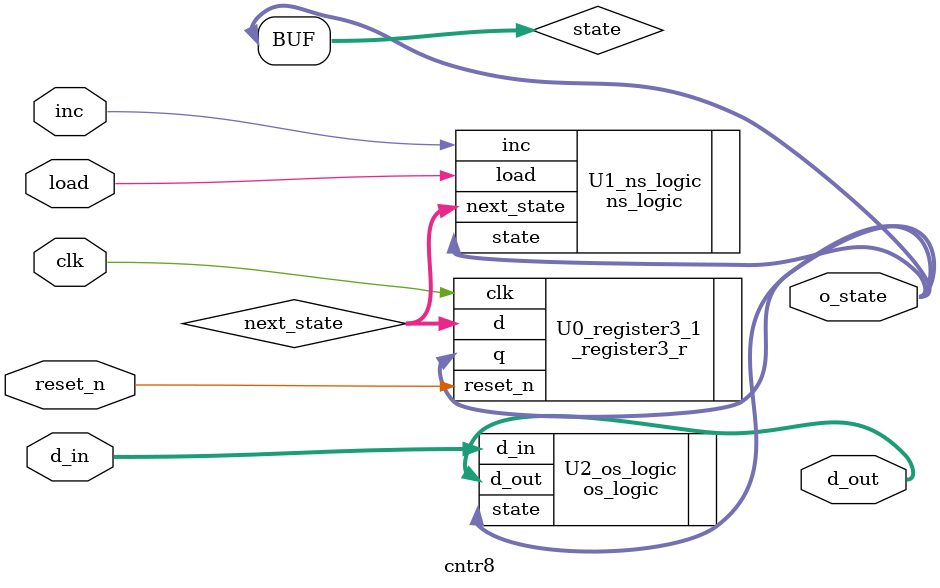
<source format=v>
module cntr8(clk, reset_n, inc, load, d_in, d_out, o_state);
	input clk, reset_n, inc, load; // inputs
	input [7:0] d_in;
	output [7:0] d_out; // outputs
	output [2:0] o_state;
	
	wire [2:0] next_state;
	wire [2:0] state;
	
	assign o_state = state;
	
	_register3_r U0_register3_1(.clk(clk),.reset_n(reset_n),.d(next_state),.q(state));
	
	ns_logic U1_ns_logic(.load(load), .inc(inc), .state(o_state), .next_state(next_state));
	os_logic U2_os_logic(.state(state), .d_in(d_in), .d_out(d_out));
endmodule

</source>
